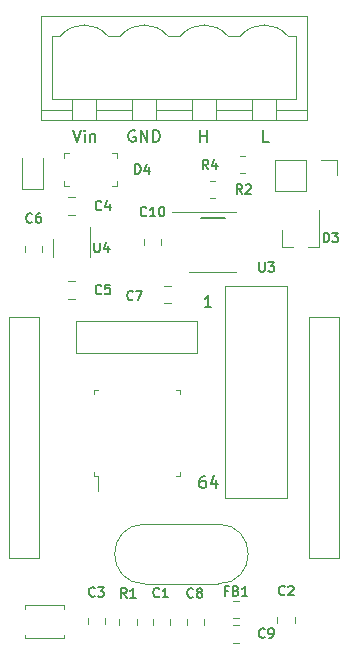
<source format=gbr>
G04 #@! TF.GenerationSoftware,KiCad,Pcbnew,7.0.6*
G04 #@! TF.CreationDate,2023-08-02T15:47:32+02:00*
G04 #@! TF.ProjectId,MCU_Board,4d43555f-426f-4617-9264-2e6b69636164,rev?*
G04 #@! TF.SameCoordinates,Original*
G04 #@! TF.FileFunction,Legend,Top*
G04 #@! TF.FilePolarity,Positive*
%FSLAX46Y46*%
G04 Gerber Fmt 4.6, Leading zero omitted, Abs format (unit mm)*
G04 Created by KiCad (PCBNEW 7.0.6) date 2023-08-02 15:47:32*
%MOMM*%
%LPD*%
G01*
G04 APERTURE LIST*
%ADD10C,0.200000*%
%ADD11C,0.150000*%
%ADD12C,0.120000*%
%ADD13C,0.100000*%
G04 APERTURE END LIST*
D10*
X83524000Y-117308000D02*
X85556000Y-117308000D01*
D11*
X83514286Y-110854819D02*
X83514286Y-109854819D01*
X83514286Y-110331009D02*
X84085714Y-110331009D01*
X84085714Y-110854819D02*
X84085714Y-109854819D01*
X84435714Y-124854819D02*
X83864286Y-124854819D01*
X84150000Y-124854819D02*
X84150000Y-123854819D01*
X84150000Y-123854819D02*
X84054762Y-123997676D01*
X84054762Y-123997676D02*
X83959524Y-124092914D01*
X83959524Y-124092914D02*
X83864286Y-124140533D01*
X89309523Y-110854819D02*
X88833333Y-110854819D01*
X88833333Y-110854819D02*
X88833333Y-109854819D01*
X77988095Y-109902438D02*
X77892857Y-109854819D01*
X77892857Y-109854819D02*
X77750000Y-109854819D01*
X77750000Y-109854819D02*
X77607143Y-109902438D01*
X77607143Y-109902438D02*
X77511905Y-109997676D01*
X77511905Y-109997676D02*
X77464286Y-110092914D01*
X77464286Y-110092914D02*
X77416667Y-110283390D01*
X77416667Y-110283390D02*
X77416667Y-110426247D01*
X77416667Y-110426247D02*
X77464286Y-110616723D01*
X77464286Y-110616723D02*
X77511905Y-110711961D01*
X77511905Y-110711961D02*
X77607143Y-110807200D01*
X77607143Y-110807200D02*
X77750000Y-110854819D01*
X77750000Y-110854819D02*
X77845238Y-110854819D01*
X77845238Y-110854819D02*
X77988095Y-110807200D01*
X77988095Y-110807200D02*
X78035714Y-110759580D01*
X78035714Y-110759580D02*
X78035714Y-110426247D01*
X78035714Y-110426247D02*
X77845238Y-110426247D01*
X78464286Y-110854819D02*
X78464286Y-109854819D01*
X78464286Y-109854819D02*
X79035714Y-110854819D01*
X79035714Y-110854819D02*
X79035714Y-109854819D01*
X79511905Y-110854819D02*
X79511905Y-109854819D01*
X79511905Y-109854819D02*
X79750000Y-109854819D01*
X79750000Y-109854819D02*
X79892857Y-109902438D01*
X79892857Y-109902438D02*
X79988095Y-109997676D01*
X79988095Y-109997676D02*
X80035714Y-110092914D01*
X80035714Y-110092914D02*
X80083333Y-110283390D01*
X80083333Y-110283390D02*
X80083333Y-110426247D01*
X80083333Y-110426247D02*
X80035714Y-110616723D01*
X80035714Y-110616723D02*
X79988095Y-110711961D01*
X79988095Y-110711961D02*
X79892857Y-110807200D01*
X79892857Y-110807200D02*
X79750000Y-110854819D01*
X79750000Y-110854819D02*
X79511905Y-110854819D01*
X72726191Y-109854819D02*
X73059524Y-110854819D01*
X73059524Y-110854819D02*
X73392857Y-109854819D01*
X73726191Y-110854819D02*
X73726191Y-110188152D01*
X73726191Y-109854819D02*
X73678572Y-109902438D01*
X73678572Y-109902438D02*
X73726191Y-109950057D01*
X73726191Y-109950057D02*
X73773810Y-109902438D01*
X73773810Y-109902438D02*
X73726191Y-109854819D01*
X73726191Y-109854819D02*
X73726191Y-109950057D01*
X74202381Y-110188152D02*
X74202381Y-110854819D01*
X74202381Y-110283390D02*
X74250000Y-110235771D01*
X74250000Y-110235771D02*
X74345238Y-110188152D01*
X74345238Y-110188152D02*
X74488095Y-110188152D01*
X74488095Y-110188152D02*
X74583333Y-110235771D01*
X74583333Y-110235771D02*
X74630952Y-110331009D01*
X74630952Y-110331009D02*
X74630952Y-110854819D01*
X83914285Y-139154819D02*
X83723809Y-139154819D01*
X83723809Y-139154819D02*
X83628571Y-139202438D01*
X83628571Y-139202438D02*
X83580952Y-139250057D01*
X83580952Y-139250057D02*
X83485714Y-139392914D01*
X83485714Y-139392914D02*
X83438095Y-139583390D01*
X83438095Y-139583390D02*
X83438095Y-139964342D01*
X83438095Y-139964342D02*
X83485714Y-140059580D01*
X83485714Y-140059580D02*
X83533333Y-140107200D01*
X83533333Y-140107200D02*
X83628571Y-140154819D01*
X83628571Y-140154819D02*
X83819047Y-140154819D01*
X83819047Y-140154819D02*
X83914285Y-140107200D01*
X83914285Y-140107200D02*
X83961904Y-140059580D01*
X83961904Y-140059580D02*
X84009523Y-139964342D01*
X84009523Y-139964342D02*
X84009523Y-139726247D01*
X84009523Y-139726247D02*
X83961904Y-139631009D01*
X83961904Y-139631009D02*
X83914285Y-139583390D01*
X83914285Y-139583390D02*
X83819047Y-139535771D01*
X83819047Y-139535771D02*
X83628571Y-139535771D01*
X83628571Y-139535771D02*
X83533333Y-139583390D01*
X83533333Y-139583390D02*
X83485714Y-139631009D01*
X83485714Y-139631009D02*
X83438095Y-139726247D01*
X84866666Y-139488152D02*
X84866666Y-140154819D01*
X84628571Y-139107200D02*
X84390476Y-139821485D01*
X84390476Y-139821485D02*
X85009523Y-139821485D01*
X74566667Y-149286104D02*
X74528571Y-149324200D01*
X74528571Y-149324200D02*
X74414286Y-149362295D01*
X74414286Y-149362295D02*
X74338095Y-149362295D01*
X74338095Y-149362295D02*
X74223809Y-149324200D01*
X74223809Y-149324200D02*
X74147619Y-149248009D01*
X74147619Y-149248009D02*
X74109524Y-149171819D01*
X74109524Y-149171819D02*
X74071428Y-149019438D01*
X74071428Y-149019438D02*
X74071428Y-148905152D01*
X74071428Y-148905152D02*
X74109524Y-148752771D01*
X74109524Y-148752771D02*
X74147619Y-148676580D01*
X74147619Y-148676580D02*
X74223809Y-148600390D01*
X74223809Y-148600390D02*
X74338095Y-148562295D01*
X74338095Y-148562295D02*
X74414286Y-148562295D01*
X74414286Y-148562295D02*
X74528571Y-148600390D01*
X74528571Y-148600390D02*
X74566667Y-148638485D01*
X74833333Y-148562295D02*
X75328571Y-148562295D01*
X75328571Y-148562295D02*
X75061905Y-148867057D01*
X75061905Y-148867057D02*
X75176190Y-148867057D01*
X75176190Y-148867057D02*
X75252381Y-148905152D01*
X75252381Y-148905152D02*
X75290476Y-148943247D01*
X75290476Y-148943247D02*
X75328571Y-149019438D01*
X75328571Y-149019438D02*
X75328571Y-149209914D01*
X75328571Y-149209914D02*
X75290476Y-149286104D01*
X75290476Y-149286104D02*
X75252381Y-149324200D01*
X75252381Y-149324200D02*
X75176190Y-149362295D01*
X75176190Y-149362295D02*
X74947619Y-149362295D01*
X74947619Y-149362295D02*
X74871428Y-149324200D01*
X74871428Y-149324200D02*
X74833333Y-149286104D01*
X75135667Y-116578104D02*
X75097571Y-116616200D01*
X75097571Y-116616200D02*
X74983286Y-116654295D01*
X74983286Y-116654295D02*
X74907095Y-116654295D01*
X74907095Y-116654295D02*
X74792809Y-116616200D01*
X74792809Y-116616200D02*
X74716619Y-116540009D01*
X74716619Y-116540009D02*
X74678524Y-116463819D01*
X74678524Y-116463819D02*
X74640428Y-116311438D01*
X74640428Y-116311438D02*
X74640428Y-116197152D01*
X74640428Y-116197152D02*
X74678524Y-116044771D01*
X74678524Y-116044771D02*
X74716619Y-115968580D01*
X74716619Y-115968580D02*
X74792809Y-115892390D01*
X74792809Y-115892390D02*
X74907095Y-115854295D01*
X74907095Y-115854295D02*
X74983286Y-115854295D01*
X74983286Y-115854295D02*
X75097571Y-115892390D01*
X75097571Y-115892390D02*
X75135667Y-115930485D01*
X75821381Y-116120961D02*
X75821381Y-116654295D01*
X75630905Y-115816200D02*
X75440428Y-116387628D01*
X75440428Y-116387628D02*
X75935667Y-116387628D01*
X69266667Y-117646104D02*
X69228571Y-117684200D01*
X69228571Y-117684200D02*
X69114286Y-117722295D01*
X69114286Y-117722295D02*
X69038095Y-117722295D01*
X69038095Y-117722295D02*
X68923809Y-117684200D01*
X68923809Y-117684200D02*
X68847619Y-117608009D01*
X68847619Y-117608009D02*
X68809524Y-117531819D01*
X68809524Y-117531819D02*
X68771428Y-117379438D01*
X68771428Y-117379438D02*
X68771428Y-117265152D01*
X68771428Y-117265152D02*
X68809524Y-117112771D01*
X68809524Y-117112771D02*
X68847619Y-117036580D01*
X68847619Y-117036580D02*
X68923809Y-116960390D01*
X68923809Y-116960390D02*
X69038095Y-116922295D01*
X69038095Y-116922295D02*
X69114286Y-116922295D01*
X69114286Y-116922295D02*
X69228571Y-116960390D01*
X69228571Y-116960390D02*
X69266667Y-116998485D01*
X69952381Y-116922295D02*
X69800000Y-116922295D01*
X69800000Y-116922295D02*
X69723809Y-116960390D01*
X69723809Y-116960390D02*
X69685714Y-116998485D01*
X69685714Y-116998485D02*
X69609524Y-117112771D01*
X69609524Y-117112771D02*
X69571428Y-117265152D01*
X69571428Y-117265152D02*
X69571428Y-117569914D01*
X69571428Y-117569914D02*
X69609524Y-117646104D01*
X69609524Y-117646104D02*
X69647619Y-117684200D01*
X69647619Y-117684200D02*
X69723809Y-117722295D01*
X69723809Y-117722295D02*
X69876190Y-117722295D01*
X69876190Y-117722295D02*
X69952381Y-117684200D01*
X69952381Y-117684200D02*
X69990476Y-117646104D01*
X69990476Y-117646104D02*
X70028571Y-117569914D01*
X70028571Y-117569914D02*
X70028571Y-117379438D01*
X70028571Y-117379438D02*
X69990476Y-117303247D01*
X69990476Y-117303247D02*
X69952381Y-117265152D01*
X69952381Y-117265152D02*
X69876190Y-117227057D01*
X69876190Y-117227057D02*
X69723809Y-117227057D01*
X69723809Y-117227057D02*
X69647619Y-117265152D01*
X69647619Y-117265152D02*
X69609524Y-117303247D01*
X69609524Y-117303247D02*
X69571428Y-117379438D01*
X77802667Y-124198104D02*
X77764571Y-124236200D01*
X77764571Y-124236200D02*
X77650286Y-124274295D01*
X77650286Y-124274295D02*
X77574095Y-124274295D01*
X77574095Y-124274295D02*
X77459809Y-124236200D01*
X77459809Y-124236200D02*
X77383619Y-124160009D01*
X77383619Y-124160009D02*
X77345524Y-124083819D01*
X77345524Y-124083819D02*
X77307428Y-123931438D01*
X77307428Y-123931438D02*
X77307428Y-123817152D01*
X77307428Y-123817152D02*
X77345524Y-123664771D01*
X77345524Y-123664771D02*
X77383619Y-123588580D01*
X77383619Y-123588580D02*
X77459809Y-123512390D01*
X77459809Y-123512390D02*
X77574095Y-123474295D01*
X77574095Y-123474295D02*
X77650286Y-123474295D01*
X77650286Y-123474295D02*
X77764571Y-123512390D01*
X77764571Y-123512390D02*
X77802667Y-123550485D01*
X78069333Y-123474295D02*
X78602667Y-123474295D01*
X78602667Y-123474295D02*
X78259809Y-124274295D01*
X82902667Y-149379605D02*
X82864571Y-149417701D01*
X82864571Y-149417701D02*
X82750286Y-149455796D01*
X82750286Y-149455796D02*
X82674095Y-149455796D01*
X82674095Y-149455796D02*
X82559809Y-149417701D01*
X82559809Y-149417701D02*
X82483619Y-149341510D01*
X82483619Y-149341510D02*
X82445524Y-149265320D01*
X82445524Y-149265320D02*
X82407428Y-149112939D01*
X82407428Y-149112939D02*
X82407428Y-148998653D01*
X82407428Y-148998653D02*
X82445524Y-148846272D01*
X82445524Y-148846272D02*
X82483619Y-148770081D01*
X82483619Y-148770081D02*
X82559809Y-148693891D01*
X82559809Y-148693891D02*
X82674095Y-148655796D01*
X82674095Y-148655796D02*
X82750286Y-148655796D01*
X82750286Y-148655796D02*
X82864571Y-148693891D01*
X82864571Y-148693891D02*
X82902667Y-148731986D01*
X83359809Y-148998653D02*
X83283619Y-148960558D01*
X83283619Y-148960558D02*
X83245524Y-148922462D01*
X83245524Y-148922462D02*
X83207428Y-148846272D01*
X83207428Y-148846272D02*
X83207428Y-148808177D01*
X83207428Y-148808177D02*
X83245524Y-148731986D01*
X83245524Y-148731986D02*
X83283619Y-148693891D01*
X83283619Y-148693891D02*
X83359809Y-148655796D01*
X83359809Y-148655796D02*
X83512190Y-148655796D01*
X83512190Y-148655796D02*
X83588381Y-148693891D01*
X83588381Y-148693891D02*
X83626476Y-148731986D01*
X83626476Y-148731986D02*
X83664571Y-148808177D01*
X83664571Y-148808177D02*
X83664571Y-148846272D01*
X83664571Y-148846272D02*
X83626476Y-148922462D01*
X83626476Y-148922462D02*
X83588381Y-148960558D01*
X83588381Y-148960558D02*
X83512190Y-148998653D01*
X83512190Y-148998653D02*
X83359809Y-148998653D01*
X83359809Y-148998653D02*
X83283619Y-149036748D01*
X83283619Y-149036748D02*
X83245524Y-149074843D01*
X83245524Y-149074843D02*
X83207428Y-149151034D01*
X83207428Y-149151034D02*
X83207428Y-149303415D01*
X83207428Y-149303415D02*
X83245524Y-149379605D01*
X83245524Y-149379605D02*
X83283619Y-149417701D01*
X83283619Y-149417701D02*
X83359809Y-149455796D01*
X83359809Y-149455796D02*
X83512190Y-149455796D01*
X83512190Y-149455796D02*
X83588381Y-149417701D01*
X83588381Y-149417701D02*
X83626476Y-149379605D01*
X83626476Y-149379605D02*
X83664571Y-149303415D01*
X83664571Y-149303415D02*
X83664571Y-149151034D01*
X83664571Y-149151034D02*
X83626476Y-149074843D01*
X83626476Y-149074843D02*
X83588381Y-149036748D01*
X83588381Y-149036748D02*
X83512190Y-148998653D01*
X88966667Y-152786104D02*
X88928571Y-152824200D01*
X88928571Y-152824200D02*
X88814286Y-152862295D01*
X88814286Y-152862295D02*
X88738095Y-152862295D01*
X88738095Y-152862295D02*
X88623809Y-152824200D01*
X88623809Y-152824200D02*
X88547619Y-152748009D01*
X88547619Y-152748009D02*
X88509524Y-152671819D01*
X88509524Y-152671819D02*
X88471428Y-152519438D01*
X88471428Y-152519438D02*
X88471428Y-152405152D01*
X88471428Y-152405152D02*
X88509524Y-152252771D01*
X88509524Y-152252771D02*
X88547619Y-152176580D01*
X88547619Y-152176580D02*
X88623809Y-152100390D01*
X88623809Y-152100390D02*
X88738095Y-152062295D01*
X88738095Y-152062295D02*
X88814286Y-152062295D01*
X88814286Y-152062295D02*
X88928571Y-152100390D01*
X88928571Y-152100390D02*
X88966667Y-152138485D01*
X89347619Y-152862295D02*
X89500000Y-152862295D01*
X89500000Y-152862295D02*
X89576190Y-152824200D01*
X89576190Y-152824200D02*
X89614286Y-152786104D01*
X89614286Y-152786104D02*
X89690476Y-152671819D01*
X89690476Y-152671819D02*
X89728571Y-152519438D01*
X89728571Y-152519438D02*
X89728571Y-152214676D01*
X89728571Y-152214676D02*
X89690476Y-152138485D01*
X89690476Y-152138485D02*
X89652381Y-152100390D01*
X89652381Y-152100390D02*
X89576190Y-152062295D01*
X89576190Y-152062295D02*
X89423809Y-152062295D01*
X89423809Y-152062295D02*
X89347619Y-152100390D01*
X89347619Y-152100390D02*
X89309524Y-152138485D01*
X89309524Y-152138485D02*
X89271428Y-152214676D01*
X89271428Y-152214676D02*
X89271428Y-152405152D01*
X89271428Y-152405152D02*
X89309524Y-152481342D01*
X89309524Y-152481342D02*
X89347619Y-152519438D01*
X89347619Y-152519438D02*
X89423809Y-152557533D01*
X89423809Y-152557533D02*
X89576190Y-152557533D01*
X89576190Y-152557533D02*
X89652381Y-152519438D01*
X89652381Y-152519438D02*
X89690476Y-152481342D01*
X89690476Y-152481342D02*
X89728571Y-152405152D01*
X85845333Y-148866344D02*
X85578667Y-148866344D01*
X85578667Y-149285392D02*
X85578667Y-148485392D01*
X85578667Y-148485392D02*
X85959619Y-148485392D01*
X86531047Y-148866344D02*
X86645333Y-148904439D01*
X86645333Y-148904439D02*
X86683428Y-148942535D01*
X86683428Y-148942535D02*
X86721524Y-149018725D01*
X86721524Y-149018725D02*
X86721524Y-149133011D01*
X86721524Y-149133011D02*
X86683428Y-149209201D01*
X86683428Y-149209201D02*
X86645333Y-149247297D01*
X86645333Y-149247297D02*
X86569143Y-149285392D01*
X86569143Y-149285392D02*
X86264381Y-149285392D01*
X86264381Y-149285392D02*
X86264381Y-148485392D01*
X86264381Y-148485392D02*
X86531047Y-148485392D01*
X86531047Y-148485392D02*
X86607238Y-148523487D01*
X86607238Y-148523487D02*
X86645333Y-148561582D01*
X86645333Y-148561582D02*
X86683428Y-148637773D01*
X86683428Y-148637773D02*
X86683428Y-148713963D01*
X86683428Y-148713963D02*
X86645333Y-148790154D01*
X86645333Y-148790154D02*
X86607238Y-148828249D01*
X86607238Y-148828249D02*
X86531047Y-148866344D01*
X86531047Y-148866344D02*
X86264381Y-148866344D01*
X87483428Y-149285392D02*
X87026285Y-149285392D01*
X87254857Y-149285392D02*
X87254857Y-148485392D01*
X87254857Y-148485392D02*
X87178666Y-148599677D01*
X87178666Y-148599677D02*
X87102476Y-148675868D01*
X87102476Y-148675868D02*
X87026285Y-148713963D01*
X77266667Y-149455796D02*
X77000000Y-149074843D01*
X76809524Y-149455796D02*
X76809524Y-148655796D01*
X76809524Y-148655796D02*
X77114286Y-148655796D01*
X77114286Y-148655796D02*
X77190476Y-148693891D01*
X77190476Y-148693891D02*
X77228571Y-148731986D01*
X77228571Y-148731986D02*
X77266667Y-148808177D01*
X77266667Y-148808177D02*
X77266667Y-148922462D01*
X77266667Y-148922462D02*
X77228571Y-148998653D01*
X77228571Y-148998653D02*
X77190476Y-149036748D01*
X77190476Y-149036748D02*
X77114286Y-149074843D01*
X77114286Y-149074843D02*
X76809524Y-149074843D01*
X78028571Y-149455796D02*
X77571428Y-149455796D01*
X77800000Y-149455796D02*
X77800000Y-148655796D01*
X77800000Y-148655796D02*
X77723809Y-148770081D01*
X77723809Y-148770081D02*
X77647619Y-148846272D01*
X77647619Y-148846272D02*
X77571428Y-148884367D01*
X87066667Y-115262295D02*
X86800000Y-114881342D01*
X86609524Y-115262295D02*
X86609524Y-114462295D01*
X86609524Y-114462295D02*
X86914286Y-114462295D01*
X86914286Y-114462295D02*
X86990476Y-114500390D01*
X86990476Y-114500390D02*
X87028571Y-114538485D01*
X87028571Y-114538485D02*
X87066667Y-114614676D01*
X87066667Y-114614676D02*
X87066667Y-114728961D01*
X87066667Y-114728961D02*
X87028571Y-114805152D01*
X87028571Y-114805152D02*
X86990476Y-114843247D01*
X86990476Y-114843247D02*
X86914286Y-114881342D01*
X86914286Y-114881342D02*
X86609524Y-114881342D01*
X87371428Y-114538485D02*
X87409524Y-114500390D01*
X87409524Y-114500390D02*
X87485714Y-114462295D01*
X87485714Y-114462295D02*
X87676190Y-114462295D01*
X87676190Y-114462295D02*
X87752381Y-114500390D01*
X87752381Y-114500390D02*
X87790476Y-114538485D01*
X87790476Y-114538485D02*
X87828571Y-114614676D01*
X87828571Y-114614676D02*
X87828571Y-114690866D01*
X87828571Y-114690866D02*
X87790476Y-114805152D01*
X87790476Y-114805152D02*
X87333333Y-115262295D01*
X87333333Y-115262295D02*
X87828571Y-115262295D01*
X84166667Y-113162295D02*
X83900000Y-112781342D01*
X83709524Y-113162295D02*
X83709524Y-112362295D01*
X83709524Y-112362295D02*
X84014286Y-112362295D01*
X84014286Y-112362295D02*
X84090476Y-112400390D01*
X84090476Y-112400390D02*
X84128571Y-112438485D01*
X84128571Y-112438485D02*
X84166667Y-112514676D01*
X84166667Y-112514676D02*
X84166667Y-112628961D01*
X84166667Y-112628961D02*
X84128571Y-112705152D01*
X84128571Y-112705152D02*
X84090476Y-112743247D01*
X84090476Y-112743247D02*
X84014286Y-112781342D01*
X84014286Y-112781342D02*
X83709524Y-112781342D01*
X84852381Y-112628961D02*
X84852381Y-113162295D01*
X84661905Y-112324200D02*
X84471428Y-112895628D01*
X84471428Y-112895628D02*
X84966667Y-112895628D01*
X88502476Y-121061295D02*
X88502476Y-121708914D01*
X88502476Y-121708914D02*
X88540571Y-121785104D01*
X88540571Y-121785104D02*
X88578666Y-121823200D01*
X88578666Y-121823200D02*
X88654857Y-121861295D01*
X88654857Y-121861295D02*
X88807238Y-121861295D01*
X88807238Y-121861295D02*
X88883428Y-121823200D01*
X88883428Y-121823200D02*
X88921523Y-121785104D01*
X88921523Y-121785104D02*
X88959619Y-121708914D01*
X88959619Y-121708914D02*
X88959619Y-121061295D01*
X89264380Y-121061295D02*
X89759618Y-121061295D01*
X89759618Y-121061295D02*
X89492952Y-121366057D01*
X89492952Y-121366057D02*
X89607237Y-121366057D01*
X89607237Y-121366057D02*
X89683428Y-121404152D01*
X89683428Y-121404152D02*
X89721523Y-121442247D01*
X89721523Y-121442247D02*
X89759618Y-121518438D01*
X89759618Y-121518438D02*
X89759618Y-121708914D01*
X89759618Y-121708914D02*
X89721523Y-121785104D01*
X89721523Y-121785104D02*
X89683428Y-121823200D01*
X89683428Y-121823200D02*
X89607237Y-121861295D01*
X89607237Y-121861295D02*
X89378666Y-121861295D01*
X89378666Y-121861295D02*
X89302475Y-121823200D01*
X89302475Y-121823200D02*
X89264380Y-121785104D01*
X80026265Y-149351604D02*
X79988169Y-149389700D01*
X79988169Y-149389700D02*
X79873884Y-149427795D01*
X79873884Y-149427795D02*
X79797693Y-149427795D01*
X79797693Y-149427795D02*
X79683407Y-149389700D01*
X79683407Y-149389700D02*
X79607217Y-149313509D01*
X79607217Y-149313509D02*
X79569122Y-149237319D01*
X79569122Y-149237319D02*
X79531026Y-149084938D01*
X79531026Y-149084938D02*
X79531026Y-148970652D01*
X79531026Y-148970652D02*
X79569122Y-148818271D01*
X79569122Y-148818271D02*
X79607217Y-148742080D01*
X79607217Y-148742080D02*
X79683407Y-148665890D01*
X79683407Y-148665890D02*
X79797693Y-148627795D01*
X79797693Y-148627795D02*
X79873884Y-148627795D01*
X79873884Y-148627795D02*
X79988169Y-148665890D01*
X79988169Y-148665890D02*
X80026265Y-148703985D01*
X80788169Y-149427795D02*
X80331026Y-149427795D01*
X80559598Y-149427795D02*
X80559598Y-148627795D01*
X80559598Y-148627795D02*
X80483407Y-148742080D01*
X80483407Y-148742080D02*
X80407217Y-148818271D01*
X80407217Y-148818271D02*
X80331026Y-148856366D01*
X90647265Y-149186104D02*
X90609169Y-149224200D01*
X90609169Y-149224200D02*
X90494884Y-149262295D01*
X90494884Y-149262295D02*
X90418693Y-149262295D01*
X90418693Y-149262295D02*
X90304407Y-149224200D01*
X90304407Y-149224200D02*
X90228217Y-149148009D01*
X90228217Y-149148009D02*
X90190122Y-149071819D01*
X90190122Y-149071819D02*
X90152026Y-148919438D01*
X90152026Y-148919438D02*
X90152026Y-148805152D01*
X90152026Y-148805152D02*
X90190122Y-148652771D01*
X90190122Y-148652771D02*
X90228217Y-148576580D01*
X90228217Y-148576580D02*
X90304407Y-148500390D01*
X90304407Y-148500390D02*
X90418693Y-148462295D01*
X90418693Y-148462295D02*
X90494884Y-148462295D01*
X90494884Y-148462295D02*
X90609169Y-148500390D01*
X90609169Y-148500390D02*
X90647265Y-148538485D01*
X90952026Y-148538485D02*
X90990122Y-148500390D01*
X90990122Y-148500390D02*
X91066312Y-148462295D01*
X91066312Y-148462295D02*
X91256788Y-148462295D01*
X91256788Y-148462295D02*
X91332979Y-148500390D01*
X91332979Y-148500390D02*
X91371074Y-148538485D01*
X91371074Y-148538485D02*
X91409169Y-148614676D01*
X91409169Y-148614676D02*
X91409169Y-148690866D01*
X91409169Y-148690866D02*
X91371074Y-148805152D01*
X91371074Y-148805152D02*
X90913931Y-149262295D01*
X90913931Y-149262295D02*
X91409169Y-149262295D01*
X78945714Y-117086104D02*
X78907618Y-117124200D01*
X78907618Y-117124200D02*
X78793333Y-117162295D01*
X78793333Y-117162295D02*
X78717142Y-117162295D01*
X78717142Y-117162295D02*
X78602856Y-117124200D01*
X78602856Y-117124200D02*
X78526666Y-117048009D01*
X78526666Y-117048009D02*
X78488571Y-116971819D01*
X78488571Y-116971819D02*
X78450475Y-116819438D01*
X78450475Y-116819438D02*
X78450475Y-116705152D01*
X78450475Y-116705152D02*
X78488571Y-116552771D01*
X78488571Y-116552771D02*
X78526666Y-116476580D01*
X78526666Y-116476580D02*
X78602856Y-116400390D01*
X78602856Y-116400390D02*
X78717142Y-116362295D01*
X78717142Y-116362295D02*
X78793333Y-116362295D01*
X78793333Y-116362295D02*
X78907618Y-116400390D01*
X78907618Y-116400390D02*
X78945714Y-116438485D01*
X79707618Y-117162295D02*
X79250475Y-117162295D01*
X79479047Y-117162295D02*
X79479047Y-116362295D01*
X79479047Y-116362295D02*
X79402856Y-116476580D01*
X79402856Y-116476580D02*
X79326666Y-116552771D01*
X79326666Y-116552771D02*
X79250475Y-116590866D01*
X80202857Y-116362295D02*
X80279047Y-116362295D01*
X80279047Y-116362295D02*
X80355238Y-116400390D01*
X80355238Y-116400390D02*
X80393333Y-116438485D01*
X80393333Y-116438485D02*
X80431428Y-116514676D01*
X80431428Y-116514676D02*
X80469523Y-116667057D01*
X80469523Y-116667057D02*
X80469523Y-116857533D01*
X80469523Y-116857533D02*
X80431428Y-117009914D01*
X80431428Y-117009914D02*
X80393333Y-117086104D01*
X80393333Y-117086104D02*
X80355238Y-117124200D01*
X80355238Y-117124200D02*
X80279047Y-117162295D01*
X80279047Y-117162295D02*
X80202857Y-117162295D01*
X80202857Y-117162295D02*
X80126666Y-117124200D01*
X80126666Y-117124200D02*
X80088571Y-117086104D01*
X80088571Y-117086104D02*
X80050476Y-117009914D01*
X80050476Y-117009914D02*
X80012380Y-116857533D01*
X80012380Y-116857533D02*
X80012380Y-116667057D01*
X80012380Y-116667057D02*
X80050476Y-116514676D01*
X80050476Y-116514676D02*
X80088571Y-116438485D01*
X80088571Y-116438485D02*
X80126666Y-116400390D01*
X80126666Y-116400390D02*
X80202857Y-116362295D01*
X75135667Y-123690104D02*
X75097571Y-123728200D01*
X75097571Y-123728200D02*
X74983286Y-123766295D01*
X74983286Y-123766295D02*
X74907095Y-123766295D01*
X74907095Y-123766295D02*
X74792809Y-123728200D01*
X74792809Y-123728200D02*
X74716619Y-123652009D01*
X74716619Y-123652009D02*
X74678524Y-123575819D01*
X74678524Y-123575819D02*
X74640428Y-123423438D01*
X74640428Y-123423438D02*
X74640428Y-123309152D01*
X74640428Y-123309152D02*
X74678524Y-123156771D01*
X74678524Y-123156771D02*
X74716619Y-123080580D01*
X74716619Y-123080580D02*
X74792809Y-123004390D01*
X74792809Y-123004390D02*
X74907095Y-122966295D01*
X74907095Y-122966295D02*
X74983286Y-122966295D01*
X74983286Y-122966295D02*
X75097571Y-123004390D01*
X75097571Y-123004390D02*
X75135667Y-123042485D01*
X75859476Y-122966295D02*
X75478524Y-122966295D01*
X75478524Y-122966295D02*
X75440428Y-123347247D01*
X75440428Y-123347247D02*
X75478524Y-123309152D01*
X75478524Y-123309152D02*
X75554714Y-123271057D01*
X75554714Y-123271057D02*
X75745190Y-123271057D01*
X75745190Y-123271057D02*
X75821381Y-123309152D01*
X75821381Y-123309152D02*
X75859476Y-123347247D01*
X75859476Y-123347247D02*
X75897571Y-123423438D01*
X75897571Y-123423438D02*
X75897571Y-123613914D01*
X75897571Y-123613914D02*
X75859476Y-123690104D01*
X75859476Y-123690104D02*
X75821381Y-123728200D01*
X75821381Y-123728200D02*
X75745190Y-123766295D01*
X75745190Y-123766295D02*
X75554714Y-123766295D01*
X75554714Y-123766295D02*
X75478524Y-123728200D01*
X75478524Y-123728200D02*
X75440428Y-123690104D01*
X93949524Y-119362295D02*
X93949524Y-118562295D01*
X93949524Y-118562295D02*
X94140000Y-118562295D01*
X94140000Y-118562295D02*
X94254286Y-118600390D01*
X94254286Y-118600390D02*
X94330476Y-118676580D01*
X94330476Y-118676580D02*
X94368571Y-118752771D01*
X94368571Y-118752771D02*
X94406667Y-118905152D01*
X94406667Y-118905152D02*
X94406667Y-119019438D01*
X94406667Y-119019438D02*
X94368571Y-119171819D01*
X94368571Y-119171819D02*
X94330476Y-119248009D01*
X94330476Y-119248009D02*
X94254286Y-119324200D01*
X94254286Y-119324200D02*
X94140000Y-119362295D01*
X94140000Y-119362295D02*
X93949524Y-119362295D01*
X94673333Y-118562295D02*
X95168571Y-118562295D01*
X95168571Y-118562295D02*
X94901905Y-118867057D01*
X94901905Y-118867057D02*
X95016190Y-118867057D01*
X95016190Y-118867057D02*
X95092381Y-118905152D01*
X95092381Y-118905152D02*
X95130476Y-118943247D01*
X95130476Y-118943247D02*
X95168571Y-119019438D01*
X95168571Y-119019438D02*
X95168571Y-119209914D01*
X95168571Y-119209914D02*
X95130476Y-119286104D01*
X95130476Y-119286104D02*
X95092381Y-119324200D01*
X95092381Y-119324200D02*
X95016190Y-119362295D01*
X95016190Y-119362295D02*
X94787619Y-119362295D01*
X94787619Y-119362295D02*
X94711428Y-119324200D01*
X94711428Y-119324200D02*
X94673333Y-119286104D01*
X78009524Y-113562295D02*
X78009524Y-112762295D01*
X78009524Y-112762295D02*
X78200000Y-112762295D01*
X78200000Y-112762295D02*
X78314286Y-112800390D01*
X78314286Y-112800390D02*
X78390476Y-112876580D01*
X78390476Y-112876580D02*
X78428571Y-112952771D01*
X78428571Y-112952771D02*
X78466667Y-113105152D01*
X78466667Y-113105152D02*
X78466667Y-113219438D01*
X78466667Y-113219438D02*
X78428571Y-113371819D01*
X78428571Y-113371819D02*
X78390476Y-113448009D01*
X78390476Y-113448009D02*
X78314286Y-113524200D01*
X78314286Y-113524200D02*
X78200000Y-113562295D01*
X78200000Y-113562295D02*
X78009524Y-113562295D01*
X79152381Y-113028961D02*
X79152381Y-113562295D01*
X78961905Y-112724200D02*
X78771428Y-113295628D01*
X78771428Y-113295628D02*
X79266667Y-113295628D01*
X74532476Y-119410295D02*
X74532476Y-120057914D01*
X74532476Y-120057914D02*
X74570571Y-120134104D01*
X74570571Y-120134104D02*
X74608666Y-120172200D01*
X74608666Y-120172200D02*
X74684857Y-120210295D01*
X74684857Y-120210295D02*
X74837238Y-120210295D01*
X74837238Y-120210295D02*
X74913428Y-120172200D01*
X74913428Y-120172200D02*
X74951523Y-120134104D01*
X74951523Y-120134104D02*
X74989619Y-120057914D01*
X74989619Y-120057914D02*
X74989619Y-119410295D01*
X75713428Y-119676961D02*
X75713428Y-120210295D01*
X75522952Y-119372200D02*
X75332475Y-119943628D01*
X75332475Y-119943628D02*
X75827714Y-119943628D01*
D12*
X75435000Y-151176248D02*
X75435000Y-151698752D01*
X73965000Y-151176248D02*
X73965000Y-151698752D01*
X72340748Y-115557000D02*
X72863252Y-115557000D01*
X72340748Y-117027000D02*
X72863252Y-117027000D01*
X70135000Y-119638748D02*
X70135000Y-120161252D01*
X68665000Y-119638748D02*
X68665000Y-120161252D01*
X80468748Y-123050000D02*
X80991252Y-123050000D01*
X80468748Y-124520000D02*
X80991252Y-124520000D01*
X83835000Y-151238748D02*
X83835000Y-151761252D01*
X82365000Y-151238748D02*
X82365000Y-151761252D01*
X86250748Y-151787499D02*
X86773252Y-151787499D01*
X86250748Y-153257499D02*
X86773252Y-153257499D01*
X86773252Y-151157097D02*
X86250748Y-151157097D01*
X86773252Y-149737097D02*
X86250748Y-149737097D01*
X83237402Y-126063402D02*
X73017402Y-126063402D01*
X83237402Y-126063402D02*
X83237402Y-128723402D01*
X73017402Y-126063402D02*
X73017402Y-128723402D01*
X83237402Y-128723402D02*
X73017402Y-128723402D01*
X78135000Y-151272936D02*
X78135000Y-151727064D01*
X76665000Y-151272936D02*
X76665000Y-151727064D01*
X84312936Y-114160000D02*
X84767064Y-114160000D01*
X84312936Y-115630000D02*
X84767064Y-115630000D01*
X86872936Y-112065000D02*
X87327064Y-112065000D01*
X86872936Y-113535000D02*
X87327064Y-113535000D01*
X74547402Y-139131402D02*
X74847402Y-139131402D01*
X74847402Y-139131402D02*
X74847402Y-140446402D01*
X81767402Y-139131402D02*
X81467402Y-139131402D01*
X74547402Y-138831402D02*
X74547402Y-139131402D01*
X81767402Y-138831402D02*
X81767402Y-139131402D01*
X74547402Y-132211402D02*
X74547402Y-131911402D01*
X81767402Y-132211402D02*
X81767402Y-131911402D01*
X74547402Y-131911402D02*
X74847402Y-131911402D01*
X81767402Y-131911402D02*
X81467402Y-131911402D01*
X84540000Y-116780000D02*
X81090000Y-116780000D01*
X84540000Y-116780000D02*
X86490000Y-116780000D01*
X84540000Y-121900000D02*
X82590000Y-121900000D01*
X84540000Y-121900000D02*
X86490000Y-121900000D01*
X80935000Y-151238748D02*
X80935000Y-151761252D01*
X79465000Y-151238748D02*
X79465000Y-151761252D01*
X91498000Y-151104248D02*
X91498000Y-151626752D01*
X90028000Y-151104248D02*
X90028000Y-151626752D01*
X78785000Y-143231000D02*
X85035000Y-143231000D01*
X78785000Y-148281000D02*
X85035000Y-148281000D01*
X78785000Y-143231000D02*
G75*
G03*
X78785000Y-148281000I0J-2525000D01*
G01*
X85035000Y-148281000D02*
G75*
G03*
X85035000Y-143231000I0J2525000D01*
G01*
X67310000Y-125730000D02*
X67310000Y-146110000D01*
X67310000Y-125730000D02*
X69850000Y-125730000D01*
X67310000Y-146110000D02*
X69850000Y-146110000D01*
X69850000Y-125730000D02*
X69850000Y-146110000D01*
X92710000Y-125690000D02*
X92710000Y-146070000D01*
X92710000Y-125690000D02*
X95250000Y-125690000D01*
X92710000Y-146070000D02*
X95250000Y-146070000D01*
X95250000Y-125690000D02*
X95250000Y-146070000D01*
X71950000Y-152900000D02*
X68650000Y-152900000D01*
X71950000Y-152600000D02*
X71950000Y-152900000D01*
X71950000Y-150400000D02*
X71950000Y-150100000D01*
X71950000Y-150100000D02*
X68650000Y-150100000D01*
X68650000Y-152900000D02*
X68650000Y-152600000D01*
X68650000Y-150100000D02*
X68650000Y-150400000D01*
X80195000Y-119078748D02*
X80195000Y-119601252D01*
X78725000Y-119078748D02*
X78725000Y-119601252D01*
X92560000Y-109010000D02*
X92560000Y-100190000D01*
X92560000Y-108200000D02*
X90020000Y-108200000D01*
X92560000Y-100190000D02*
X70020000Y-100190000D01*
X91650000Y-107200000D02*
X70930000Y-107200000D01*
X91650000Y-101900000D02*
X91650000Y-107200000D01*
X90910000Y-101900000D02*
X91650000Y-101900000D01*
X89910000Y-109010000D02*
X87910000Y-109010000D01*
X89910000Y-107200000D02*
X89910000Y-109010000D01*
X87910000Y-109010000D02*
X87910000Y-107200000D01*
X87910000Y-108200000D02*
X84830000Y-108200000D01*
X87910000Y-107200000D02*
X89910000Y-107200000D01*
X86910000Y-101900000D02*
X85830000Y-101900000D01*
X84830000Y-109010000D02*
X82830000Y-109010000D01*
X84830000Y-107200000D02*
X84830000Y-109010000D01*
X82830000Y-109010000D02*
X82830000Y-107200000D01*
X82830000Y-108200000D02*
X79750000Y-108200000D01*
X82830000Y-107200000D02*
X84830000Y-107200000D01*
X81830000Y-101900000D02*
X80750000Y-101900000D01*
X79750000Y-109010000D02*
X77750000Y-109010000D01*
X79750000Y-107200000D02*
X79750000Y-109010000D01*
X77750000Y-109010000D02*
X77750000Y-107200000D01*
X77750000Y-108200000D02*
X74670000Y-108200000D01*
X77750000Y-107200000D02*
X79750000Y-107200000D01*
X76750000Y-101900000D02*
X75670000Y-101900000D01*
X74670000Y-109010000D02*
X72670000Y-109010000D01*
X74670000Y-107200000D02*
X74670000Y-109010000D01*
X72670000Y-109010000D02*
X72670000Y-107200000D01*
X72670000Y-107200000D02*
X74670000Y-107200000D01*
X70930000Y-107200000D02*
X70930000Y-101900000D01*
X70930000Y-101900000D02*
X71670000Y-101900000D01*
X70020000Y-109010000D02*
X92560000Y-109010000D01*
X70020000Y-108200000D02*
X72560000Y-108200000D01*
X70020000Y-100190000D02*
X70020000Y-109010000D01*
X90910000Y-101900000D02*
G75*
G03*
X86923158Y-101884179I-2000000J-1650000D01*
G01*
X85830000Y-101900000D02*
G75*
G03*
X81843158Y-101884179I-2000000J-1650000D01*
G01*
X80750000Y-101900000D02*
G75*
G03*
X76763158Y-101884179I-2000000J-1650000D01*
G01*
X75670000Y-101900000D02*
G75*
G03*
X71683158Y-101884179I-2000000J-1650000D01*
G01*
X72340748Y-122669000D02*
X72863252Y-122669000D01*
X72340748Y-124139000D02*
X72863252Y-124139000D01*
X93580000Y-119760000D02*
X93580000Y-116600000D01*
X93580000Y-119760000D02*
X92650000Y-119760000D01*
X90420000Y-119760000D02*
X90420000Y-118300000D01*
X90420000Y-119760000D02*
X91350000Y-119760000D01*
D13*
X71950000Y-111800000D02*
X71950000Y-112200000D01*
X71950000Y-111800000D02*
X72350000Y-111800000D01*
X71950000Y-114600000D02*
X71950000Y-114200000D01*
X71950000Y-114600000D02*
X72350000Y-114600000D01*
X76450000Y-111800000D02*
X76050000Y-111800000D01*
X76450000Y-111800000D02*
X76450000Y-112200000D01*
X76450000Y-114600000D02*
X76050000Y-114600000D01*
X76450000Y-114600000D02*
X76450000Y-114200000D01*
D12*
X68450000Y-114854000D02*
X70150000Y-114854000D01*
X68450000Y-114854000D02*
X68450000Y-112194000D01*
X70150000Y-114854000D02*
X70150000Y-112194000D01*
X95070000Y-112370000D02*
X95070000Y-113700000D01*
X93740000Y-112370000D02*
X95070000Y-112370000D01*
X92470000Y-112370000D02*
X89870000Y-112370000D01*
X92470000Y-112370000D02*
X92470000Y-115030000D01*
X89870000Y-112370000D02*
X89870000Y-115030000D01*
X92470000Y-115030000D02*
X89870000Y-115030000D01*
X74162000Y-119848000D02*
X74162000Y-118048000D01*
X74162000Y-119848000D02*
X74162000Y-120648000D01*
X71042000Y-119848000D02*
X71042000Y-119048000D01*
X71042000Y-119848000D02*
X71042000Y-120648000D01*
X85630000Y-140990000D02*
X90830000Y-140990000D01*
X85639200Y-123090000D02*
X85630000Y-140990000D01*
X85639200Y-123090000D02*
X90830000Y-123090000D01*
X90830000Y-123090000D02*
X90830000Y-140990000D01*
M02*

</source>
